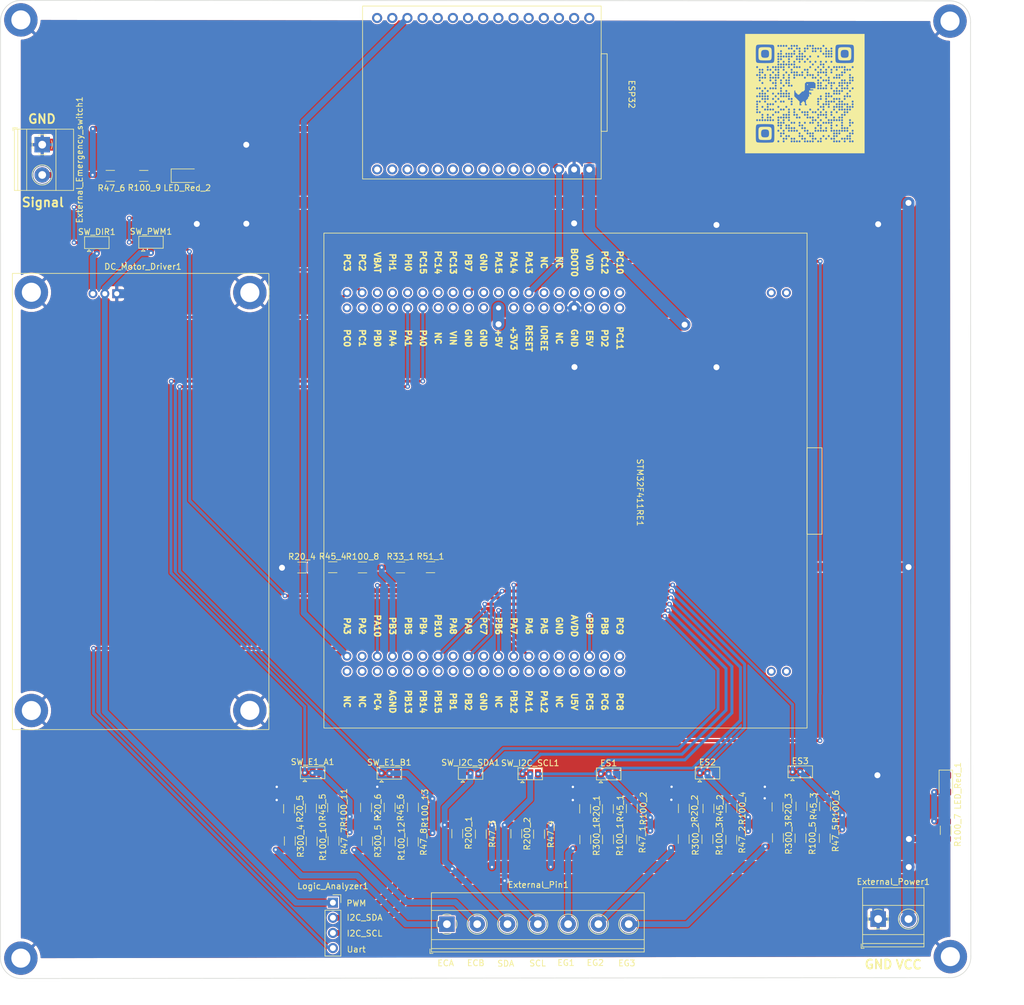
<source format=kicad_pcb>
(kicad_pcb (version 20211014) (generator pcbnew)
  (layers (0 "F.Cu" signal) (31 "B.Cu" signal) (34 "B.Paste" user) (35 "F.Paste" user) (36 "B.SilkS" user "B.Silkscreen") (37 "F.SilkS" user "F.Silkscreen") (38 "B.Mask" user) (39 "F.Mask" user) (44 "Edge.Cuts" user))
  (net 0 "")
  (net 1 "PA10")
  (net 2 "sw7")
  (net 4 "PA9")
  (net 5 "sw8")
  (net 7 "PA7")
  (net 8 "sw9")
  (net 22 "PA3")
  (net 25 "5V_Nucleo_F411RE")
  (net 26 "GND")
  (net 27 "PA13")
  (net 40 "_sw3")
  (net 41 "_sw4")
  (net 42 "sw5")
  (net 43 "sw6")
  (net 44 "_sw7")
  (net 45 "_sw8")
  (net 46 "_sw9")
  (net 47 "5V")
  (net 48 "Net-(LED_Red_1-Pad2)")
  (net 49 "Net-(LED_Red_2-Pad1)")
  (net 50 "Net-(R20_1-Pad2)")
  (net 51 "Net-(R20_2-Pad2)")
  (net 52 "Net-(R20_3-Pad2)")
  (net 53 "Net-(R20_4-Pad2)")
  (net 54 "Net-(R20_5-Pad2)")
  (net 55 "Net-(R20_6-Pad2)")
  (net 56 "PB3")
  (net 57 "Net-(R33_1-Pad2)")
  (net 58 "Net-(R100_2-Pad1)")
  (net 59 "Net-(R100_4-Pad1)")
  (net 60 "Net-(R100_6-Pad1)")
  (net 61 "Net-(R100_8-Pad1)")
  (net 62 "Net-(R100_11-Pad1)")
  (net 63 "Net-(R100_13-Pad1)")
  (net 64 "Net-(R100_1-Pad1)")
  (net 65 "Net-(R100_3-Pad1)")
  (net 66 "Net-(R200_1-Pad2)")
  (net 67 "Net-(R200_2-Pad2)")
  (net 68 "Net-(R100_5-Pad1)")
  (net 69 "Net-(R100_9-Pad2)")
  (net 70 "sw3")
  (net 71 "Net-(R100_10-Pad1)")
  (net 72 "sw4")
  (net 73 "Net-(R100_12-Pad1)")
  (net 74 "Net-(R100_1-Pad2)")
  (net 75 "Net-(R100_3-Pad2)")
  (net 76 "Net-(R100_5-Pad2)")
  (net 77 "Net-(R100_10-Pad2)")
  (net 78 "Net-(R100_12-Pad2)")
  (net 96 "PB7")
  (net 103 "PA0")
  (net 105 "PA1")
  (net 110 "PC2")
  (net 112 "PC3")
  (net 118 "PB9")
  (net 126 "PA6")
  (net 129 "PB6")
  (net 136 "PB10")
  (net 147 "sw2")
  (net 150 "sw1")
  (footprint "Resistor_SMD:R_1206_3216Metric" (layer "F.Cu") (at 142.28 173.005 90)
    (fp_text reference "R47_3")
    (fp_text value "R" hide)
  )
  (footprint "Resistor_SMD:R_1206_3216Metric" (layer "F.Cu") (at 167.55 173.8975 -90)
    (fp_text reference "R47_1")
    (fp_text value "R" hide)
  )
  (footprint "LED_SMD:LED_1206_3216Metric" (layer "F.Cu") (at 220.24 164.55 -90)
    (fp_text reference "LED_Red_1")
    (fp_text value "LED" hide)
  )
  (footprint "TerminalBlock_Phoenix:TerminalBlock_Phoenix_MKDS-1,5-7-5.08_1x07_P5.08mm_Horizontal" (layer "F.Cu") (at 136.595 188.105)
    (fp_text reference "External_Pin1")
    (fp_text value "External_Pin" hide)
  )
  (footprint "Jumper:SolderJumper-3_P1.3mm_Bridged12_Pad1.0x1.5mm" (layer "F.Cu") (at 77.91 73.8)
    (fp_text reference "SW_DIR1")
    (fp_text value "Switch_Slide" hide)
  )
  (footprint "MountingHole:MountingHole_3.2mm_M3_DIN965_Pad_TopBottom" (layer "F.Cu") (at 103.56 82.18)
    (fp_text reference "H1" hide)
    (fp_text value "MountingHole_Pad" hide)
  )
  (footprint "MountingHole:MountingHole_3.2mm_M3_DIN965_Pad_TopBottom" (layer "F.Cu") (at 66.94 82.13)
    (fp_text reference "H5" hide)
    (fp_text value "MountingHole_Pad" hide)
  )
  (footprint "Resistor_SMD:R_1206_3216Metric" (layer "F.Cu") (at 199.98 168.365 -90)
    (fp_text reference "R100_6")
    (fp_text value "R" hide)
  )
  (footprint "Resistor_SMD:R_1206_3216Metric" (layer "F.Cu") (at 122.4425 128.28)
    (fp_text reference "R100_8")
    (fp_text value "R" hide)
  )
  (footprint "LOGO" (layer "F.Cu") (at 197.61 49.32)
    (fp_text reference "G***" hide)
    (fp_text value "LOGO" hide)
  )
  (footprint "Resistor_SMD:R_1206_3216Metric" (layer "F.Cu") (at 113.93 174.2075 90)
    (fp_text reference "R100_10")
    (fp_text value "R" hide)
  )
  (footprint "MountingHole:MountingHole_3.2mm_M3_DIN965_Pad_TopBottom" (layer "F.Cu") (at 65.18 36.45)
    (fp_text reference "H3" hide)
    (fp_text value "MountingHole_Pad" hide)
  )
  (footprint "Resistor_SMD:R_1206_3216Metric" (layer "F.Cu") (at 127 168.53 -90)
    (fp_text reference "R45_6")
    (fp_text value "R" hide)
  )
  (footprint "Resistor_SMD:R_1206_3216Metric" (layer "F.Cu") (at 130.88 174.3 -90)
    (fp_text reference "R47_8")
    (fp_text value "R" hide)
  )
  (footprint "LED_SMD:LED_1206_3216Metric" (layer "F.Cu") (at 92.66 62.58)
    (fp_text reference "LED_Red_2")
    (fp_text value "LED" hide)
  )
  (footprint "Resistor_SMD:R_1206_3216Metric" (layer "F.Cu") (at 167.59 168.7175 -90)
    (fp_text reference "R100_2")
    (fp_text value "R" hide)
  )
  (footprint "Jumper:SolderJumper-3_P1.3mm_Bridged12_Pad1.0x1.5mm" (layer "F.Cu") (at 195.83 162.5575)
    (fp_text reference "ES3")
    (fp_text value "Switch_Slide" hide)
  )
  (footprint "Resistor_SMD:R_1206_3216Metric" (layer "F.Cu") (at 184.27 173.9325 -90)
    (fp_text reference "R47_2")
    (fp_text value "R" hide)
  )
  (footprint "Resistor_SMD:R_1206_3216Metric" (layer "F.Cu") (at 152.04 173.01 90)
    (fp_text reference "R47_4")
    (fp_text value "R" hide)
  )
  (footprint "Resistor_SMD:R_1206_3216Metric" (layer "F.Cu") (at 133.8425 128.25)
    (fp_text reference "R51_1")
    (fp_text value "R" hide)
  )
  (footprint "Resistor_SMD:R_1206_3216Metric" (layer "F.Cu") (at 85.775 62.61 180)
    (fp_text reference "R100_9")
    (fp_text value "R" hide)
  )
  (footprint "Resistor_SMD:R_1206_3216Metric" (layer "F.Cu") (at 123.04 168.53 90)
    (fp_text reference "R20_6")
    (fp_text value "R" hide)
  )
  (footprint "Resistor_SMD:R_1206_3216Metric" (layer "F.Cu") (at 199.93 173.6925 -90)
    (fp_text reference "R47_5")
    (fp_text value "R" hide)
  )
  (footprint "Resistor_SMD:R_1206_3216Metric" (layer "F.Cu") (at 110.14 168.75 -90)
    (fp_text reference "R20_5")
    (fp_text value "R" hide)
  )
  (footprint "Jumper:SolderJumper-3_P1.3mm_Bridged12_Pad1.0x1.5mm" (layer "F.Cu") (at 180.28 162.7575)
    (fp_text reference "ES2")
    (fp_text value "Switch_Slide" hide)
  )
  (footprint "Resistor_SMD:R_1206_3216Metric" (layer "F.Cu") (at 127.02 174.24 90)
    (fp_text reference "R100_12")
    (fp_text value "R" hide)
  )
  (footprint "stm32f411re:stm32f411re" (layer "F.Cu") (at 168.47 115.71 -90)
    (fp_text reference "STM32F411RE1")
    (fp_text value "stm32")
  )
  (footprint "TerminalBlock_Phoenix:TerminalBlock_Phoenix_MKDS-1,5-2-5.08_1x02_P5.08mm_Horizontal" (layer "F.Cu") (at 208.885 187.255)
    (fp_text reference "External_Power1")
    (fp_text value "External Power" hide)
  )
  (footprint "Resistor_SMD:R_1206_3216Metric" (layer "F.Cu") (at 192.02 168.4425 -90)
    (fp_text reference "R20_3")
    (fp_text value "R" hide)
  )
  (footprint "Resistor_SMD:R_1206_3216Metric" (layer "F.Cu") (at 180.26 173.8625 90)
    (fp_text reference "R100_3")
    (fp_text value "R" hide)
  )
  (footprint "Resistor_SMD:R_1206_3216Metric" (layer "F.Cu") (at 159.76 168.7575 -90)
    (fp_text reference "R20_1")
    (fp_text value "R" hide)
  )
  (footprint "Resistor_SMD:R_1206_3216Metric" (layer "F.Cu") (at 159.79 173.9175 -90)
    (fp_text reference "R300_1")
    (fp_text value "R" hide)
  )
  (footprint "MountingHole:MountingHole_3.2mm_M3_DIN965_Pad_TopBottom" (layer "F.Cu") (at 103.56 152.26)
    (fp_text reference "H6" hide)
    (fp_text value "MountingHole_Pad" hide)
  )
  (footprint "Resistor_SMD:R_1206_3216Metric" (layer "F.Cu") (at 80.17 62.6 180)
    (fp_text reference "R47_6")
    (fp_text value "R" hide)
  )
  (footprint "Connector_PinSocket_2.54mm:PinSocket_1x04_P2.54mm_Vertical" (layer "F.Cu") (at 117.485 184.5)
    (fp_text reference "Logic_Analyzer1")
    (fp_text value "Conn_01x04_Female" hide)
  )
  (footprint "Resistor_SMD:R_1206_3216Metric" (layer "F.Cu") (at 117.52 168.5775 -90)
    (fp_text reference "R100_11")
    (fp_text value "R" hide)
  )
  (footprint "Resistor_SMD:R_1206_3216Metric" (layer "F.Cu") (at 117.59 174.1475 -90)
    (fp_text reference "R47_7")
    (fp_text value "R" hide)
  )
  (footprint "MountingHole:MountingHole_3.2mm_M3_DIN965_Pad_TopBottom" (layer "F.Cu") (at 66.94 152.28)
    (fp_text reference "H7" hide)
    (fp_text value "MountingHole_Pad" hide)
  )
  (footprint "Resistor_SMD:R_1206_3216Metric" (layer "F.Cu") (at 196.03 168.35 90)
    (fp_text reference "R45_3")
    (fp_text value "R" hide)
  )
  (footprint "Resistor_SMD:R_1206_3216Metric" (layer "F.Cu") (at 123.22 174.19 -90)
    (fp_text reference "R300_5")
    (fp_text value "R" hide)
  )
  (footprint "Jumper:SolderJumper-3_P1.3mm_Bridged12_Pad1.0x1.5mm" (layer "F.Cu") (at 150.56 162.8875)
    (fp_text reference "SW_I2C_SCL1")
    (fp_text value "Switch_Slide" hide)
  )
  (footprint "Resistor_SMD:R_1206_3216Metric" (layer "F.Cu") (at 220.21 172.3575 -90)
    (fp_text reference "R100_7")
    (fp_text value "R" hide)
  )
  (footprint "MountingHole:MountingHole_3.2mm_M3_DIN965_Pad_TopBottom" (layer "F.Cu") (at 65.18 193.81)
    (fp_text reference "H4" hide)
    (fp_text value "MountingHole_Pad" hide)
  )
  (footprint "Jumper:SolderJumper-3_P1.3mm_Bridged12_Pad1.0x1.5mm" (layer "F.Cu") (at 163.71 162.9075)
    (fp_text reference "ES1")
    (fp_text value "Switch_Slide" hide)
  )
  (footprint "Resistor_SMD:R_1206_3216Metric" (layer "F.Cu") (at 195.87 173.6925 90)
    (fp_text reference "R100_5")
    (fp_text value "R" hide)
  )
  (footprint "Jumper:SolderJumper-3_P1.3mm_Bridged12_Pad1.0x1.5mm" (layer "F.Cu") (at 86.99 73.74)
    (fp_text reference "SW_PWM1")
    (fp_text value "Switch_Slide" hide)
  )
  (footprint "Resistor_SMD:R_1206_3216Metric" (layer "F.Cu") (at 117.4525 128.25)
    (fp_text reference "R45_4")
    (fp_text value "R" hide)
  )
  (footprint "Resistor_SMD:R_1206_3216Metric" (layer "F.Cu") (at 163.58 168.7675 90)
    (fp_text reference "R45_1")
    (fp_text value "R" hide)
  )
  (footprint "Resistor_SMD:R_1206_3216Metric" (layer "F.Cu") (at 138.33 172.9275 -90)
    (fp_text reference "R200_1")
    (fp_text value "R" hide)
  )
  (footprint "MountingHole:MountingHole_3.2mm_M3_DIN965_Pad_TopBottom" (layer "F.Cu") (at 220.93 36.65)
    (fp_text reference "H8" hide)
    (fp_text value "MountingHole_Pad" hide)
  )
  (footprint "TerminalBlock_Phoenix:TerminalBlock_Phoenix_MKDS-1,5-2-5.08_1x02_P5.08mm_Horizontal" (layer "F.Cu") (at 68.755 57.375 -90)
    (fp_text reference "External_Emergency_switch1")
    (fp_text value "External Emergency switch" hide)
  )
  (footprint "Resistor_SMD:R_1206_3216Metric" (layer "F.Cu") (at 163.6 173.895 90)
    (fp_text reference "R100_1")
    (fp_text value "R" hide)
  )
  (footprint "Resistor_SMD:R_1206_3216Metric" (layer "F.Cu") (at 192.08 173.6325 -90)
    (fp_text reference "R300_3")
    (fp_text value "R" hide)
  )
  (footprint "Jumper:SolderJumper-3_P1.3mm_Bridged12_Pad1.0x1.5mm" (layer "F.Cu") (at 140.56 162.815)
    (fp_text reference "SW_I2C_SDA1")
    (fp_text value "Switch_Slide" hide)
  )
  (footprint "Resistor_SMD:R_1206_3216Metric" (layer "F.Cu") (at 128.8125 128.28)
    (fp_text reference "R33_1")
    (fp_text value "R" hide)
  )
  (footprint "MountingHole:MountingHole_3.2mm_M3_DIN965_Pad_TopBottom" (layer "F.Cu") (at 220.99 193.55)
    (fp_text reference "H2" hide)
    (fp_text value "MountingHole_Pad" hide)
  )
  (footprint "Resistor_SMD:R_1206_3216Metric" (layer "F.Cu") (at 184.3 168.665 -90)
    (fp_text reference "R100_4")
    (fp_text value "R" hide)
  )
  (footprint "Resistor_SMD:R_1206_3216Metric" (layer "F.Cu") (at 112.3 128.29)
    (fp_text reference "R20_4")
    (fp_text value "R" hide)
  )
  (footprint "Resistor_SMD:R_1206_3216Metric" (layer "F.Cu") (at 148.23 172.94 -90)
    (fp_text reference "R200_2")
    (fp_text value "R" hide)
  )
  (footprint "Jumper:SolderJumper-3_P1.3mm_Bridged12_Pad1.0x1.5mm" (layer "F.Cu") (at 114.08 162.7)
    (fp_text reference "SW_E1_A1")
    (fp_text value "Switch_Slide" hide)
  )
  (footprint "Resistor_SMD:R_1206_3216Metric" (layer "F.Cu") (at 176.31 168.7025 -90)
    (fp_text reference "R20_2")
    (fp_text value "R" hide)
  )
  (footprint "Jumper:SolderJumper-3_P1.3mm_Bridged12_Pad1.0x1.5mm" (layer "F.Cu") (at 126.94 162.7875)
    (fp_text reference "SW_E1_B1")
    (fp_text value "Switch_Slide" hide)
  )
  (footprint "Resistor_SMD:R_1206_3216Metric" (layer "F.Cu") (at 113.8 168.6675 90)
    (fp_text reference "R45_5")
    (fp_text value "R" hide)
  )
  (footprint "Esp32:Esp32" (layer "F.Cu") (at 160.46 36.13 -90)
    (fp_text reference "ESP32")
    (fp_text value "esp32" hide)
  )
  (footprint "DC_Motor_Driver:DC_Motor_Driver" (layer "F.Cu") (at 79.25 83.57)
    (fp_text reference "DC_Motor_Driver1")
    (fp_text value "DC_Motor_Driver" hide)
  )
  (footprint "Resistor_SMD:R_1206_3216Metric" (layer "F.Cu") (at 130.9 168.5175 90)
    (fp_text reference "R100_13")
    (fp_text value "R" hide)
  )
  (footprint "Resistor_SMD:R_1206_3216Metric" (layer "F.Cu") (at 110.26 174.1575 -90)
    (fp_text reference "R300_4")
    (fp_text value "R" hide)
  )
  (footprint "Resistor_SMD:R_1206_3216Metric" (layer "F.Cu") (at 176.29 173.845 -90)
    (fp_text reference "R300_2")
    (fp_text value "R" hide)
  )
  (footprint "Resistor_SMD:R_1206_3216Metric" (layer "F.Cu") (at 180.44 168.7025 90)
    (fp_text reference "R45_2")
    (fp_text value "R" hide)
  )
  (gr_line (start 224.421054 193.453177) (end 224.371594 36.957397) (layer "Edge.Cuts") (width 0.1))
  (gr_line (start 65.38 197.22) (end 220.721054 197.073177) (layer "Edge.Cuts") (width 0.1))
  (gr_arc (start 65.38 197.22) (mid 62.743177 196.178946) (end 61.76 193.52) (layer "Edge.Cuts") (width 0.1))
  (gr_arc (start 61.77 36.79) (mid 62.811054 34.153177) (end 65.47 33.17) (layer "Edge.Cuts") (width 0.1))
  (gr_line (start 220.751594 33.257397) (end 65.47 33.17) (layer "Edge.Cuts") (width 0.1))
  (gr_line (start 61.77 36.79) (end 61.76 193.52) (layer "Edge.Cuts") (width 0.1))
  (gr_arc (start 224.421054 193.453177) (mid 223.38 196.09) (end 220.721054 197.073177) (layer "Edge.Cuts") (width 0.1))
  (gr_arc (start 220.751594 33.257397) (mid 223.388402 34.298436) (end 224.371594 36.957397) (layer "Edge.Cuts") (width 0.1))
  (gr_text "Signal" (at 68.87 67.06) (layer "F.SilkS") (effects (font (size 1.5 1.5) (thickness 0.3))))
  (gr_text "VCC" (at 214.01 194.9) (layer "F.SilkS") (effects (font (size 1.5 1.5) (thickness 0.3))))
  (gr_text "PWM" (at 121.41 184.6) (layer "F.SilkS") (effects (font (size 1 1))))
  (gr_text "I2C_SCL" (at 122.79 189.66) (layer "F.SilkS") (effects (font (size 1 1))))
  (gr_text "Uart" (at 121.4 192.34) (layer "F.SilkS") (effects (font (size 1 1))))
  (gr_text "EG1" (at 156.55 194.58) (layer "F.SilkS") (effects (font (size 1 1))))
  (gr_text "\nSDA" (at 146.46 193.91) (layer "F.SilkS") (effects (font (size 1 1))))
  (gr_text "EG3" (at 166.75 194.65) (layer "F.SilkS") (effects (font (size 1 1))))
  (gr_text "EG2" (at 161.47 194.58) (layer "F.SilkS") (effects (font (size 1 1))))
  (gr_text "ECA" (at 136.39 194.64) (layer "F.SilkS") (effects (font (size 1 1))))
  (gr_text "GND" (at 68.71 53.07) (layer "F.SilkS") (effects (font (size 1.5 1.5) (thickness 0.3))))
  (gr_text "I2C_SDA" (at 122.8 187.01) (layer "F.SilkS") (effects (font (size 1 1))))
  (gr_text "GND" (at 208.95 194.85) (layer "F.SilkS") (effects (font (size 1.5 1.5) (thickness 0.3))))
  (gr_text "ECB\n" (at 141.43 194.62) (layer "F.SilkS") (effects (font (size 1 1))))
  (gr_text "SCL" (at 151.8 194.67) (layer "F.SilkS") (effects (font (size 1 1))))
  (segment (start 140.43 131.28) (end 142.54 133.39) (width 0.5) (layer "F.Cu") (net 1))
  (segment (start 124.93 131.28) (end 140.43 131.28) (width 0.5) (layer "F.Cu") (net 1))
  (segment (start 142.54 133.39) (end 174.15 133.39) (width 0.5) (layer "F.Cu") (net 1))
  (via (at 162.4 162.89) (size 0.8) (drill 0.4) (layers "F.Cu" "B.Cu") (net 1))
  (via (at 124.93 131.28) (size 0.8) (drill 0.4) (layers "F.Cu" "B.Cu") (net 1))
  (via (at 174.15 133.39) (size 0.8) (drill 0.4) (layers "F.Cu" "B.Cu") (net 1))
  (segment (start 185.8 145.04) (end 174.15 133.39) (width 0.5) (layer "B.Cu") (net 1))
  (segment (start 185.8 153.93) (end 185.8 145.04) (width 0.5) (layer "B.Cu") (net 1))
  (segment (start 162.4 162.846497) (end 163.306497 161.94) (width 0.5) (layer "B.Cu") (net 1))
  (segment (start 177.79 161.94) (end 185.8 153.93) (width 0.5) (layer "B.Cu") (net 1))
  (segment (start 163.306497 161.94) (end 177.79 161.94) (width 0.5) (layer "B.Cu") (net 1))
  (segment (start 124.93 131.28) (end 124.93 143.17) (width 0.5) (layer "B.Cu") (net 1))
  (segment (start 162.4 162.89) (end 162.4 162.846497) (width 0.5) (layer "B.Cu") (net 1))
  (segment (start 170.685 172.435) (end 170.69 172.44) (width 1) (layer "F.Cu") (net 2))
  (segment (start 167.59 170.18) (end 170.65 170.18) (width 1) (layer "F.Cu") (net 2))
  (segment (start 167.55 172.435) (end 170.685 172.435) (width 1) (layer "F.Cu") (net 2))
  (segment (start 170.65 170.18) (end 170.69 170.22) (width 1) (layer "F.Cu") (net 2))
  (via (at 170.69 172.44) (size 0.8) (drill 0.4) (layers "F.Cu" "B.Cu") (net 2))
  (via (at 163.7 162.89) (size 0.8) (drill 0.4) (layers "F.Cu" "B.Cu") (net 2))
  (via (at 170.69 170.22) (size 0.8) (drill 0.4) (layers "F.Cu" "B.Cu") (net 2))
  (segment (start 163.7 163.23) (end 170.69 170.22) (width 1) (layer "B.Cu") (net 2))
  (segment (start 163.7 162.89) (end 163.7 163.23) (width 1) (layer "B.Cu") (net 2))
  (segment (start 170.69 170.22) (end 170.69 172.44) (width 1) (layer "B.Cu") (net 2))
  (segment (start 145.85 132.24) (end 145.84 132.25) (width 0.5) (layer "F.Cu") (net 4))
  (segment (start 174.25 132.24) (end 145.85 132.24) (width 0.5) (layer "F.Cu") (net 4))
  (via (at 179 162.74) (size 0.8) (drill 0.4) (layers "F.Cu" "B.Cu") (net 4))
  (via (at 145.84 132.25) (size 0.8) (drill 0.4) (layers "F.Cu" "B.Cu") (net 4))
  (via (at 174.25 132.24) (size 0.8) (drill 0.4) (layers "F.Cu" "B.Cu") (net 4))
  (segment (start 179 162.686497) (end 186.5 155.186497) (width 0.5) (layer "B.Cu") (net 4))
  (segment (start 144 134.09) (end 144 139.408107) (width 0.5) (layer "B.Cu") (net 4))
  (segment (start 145.84 132.25) (end 144 134.09) (width 0.5) (layer "B.Cu") (net 4))
  (segment (start 186.5 144.49) (end 174.25 132.24) (width 0.5) (layer "B.Cu") (net 4))
  (segment (start 179 162.74) (end 179 162.686497) (width 0.5) (layer "B.Cu") (net 4))
  (segment (start 186.5 155.186497) (end 186.5 144.49) (width 0.5) (layer "B.Cu") (net 4))
  (segment (start 144 139.408107) (end 140.203998 143.204109) (width 0.5) (layer "B.Cu") (net 4))
  (segment (start 187.1 170.16) (end 187.0675 170.1275) (width 1) (layer "F.Cu") (net 5))
  (segment (start 187.0675 170.1275) (end 184.3 170.1275) (width 1) (layer "F.Cu") (net 5))
  (segment (start 184.27 172.47) (end 187.09 172.47) (width 1) (layer "F.Cu") (net 5))
  (segment (start 187.09 172.47) (end 187.1 172.48) (width 1) (layer "F.Cu") (net 5))
  (via (at 187.1 170.16) (size 0.8) (drill 0.4) (layers "F.Cu" "B.Cu") (net 5))
  (via (at 180.26 162.77) (size 0.8) (drill 0.4) (layers "F.Cu" "B.Cu") (net 5))
  (via (at 187.1 172.48) (size 0.8) (drill 0.4) (layers "F.Cu" "B.Cu") (net 5))
  (segment (start 180.26 162.77) (end 180.26 163.32) (width 1) (layer "B.Cu") (net 5))
  (segment (start 180.26 163.32) (end 187.1 170.16) (width 1) (layer "B.Cu") (net 5))
  (segment (start 187.1 170.16) (end 187.1 172.48) (width 1) (layer "B.Cu") (net 5))
  (segment (start 147.79 131.22) (end 147.72 131.22) (width 0.5) (layer "F.Cu") (net 7))
  (segment (start 147.72 131.22) (end 147.69 131.19) (width 0.5) (layer "F.Cu") (net 7))
  (segment (start 147.8 131.21) (end 174.44 131.21) (width 0.5) (layer "F.Cu") (net 7))
  (segment (start 147.79 131.22) (end 147.8 131.21) (width 0.5) (layer "F.Cu") (net 7))
  (via (at 147.79 131.22) (size 0.8) (drill 0.4) (layers "F.Cu" "B.Cu") (net 7))
  (via (at 194.53 162.57) (size 0.8) (drill 0.4) (layers "F.Cu" "B.Cu") (net 7))
  (via (at 174.44 131.21) (size 0.8) (drill 0.4) (layers "F.Cu" "B.Cu") (net 7))
  (segment (start 194.53 151.3) (end 174.44 131.21) (width 0.5) (layer "B.Cu") (net 7))
  (segment (start 194.53 162.57) (end 194.53 151.3) (width 0.5) (layer "B.Cu") (net 7))
  (segment (start 147.79 131.22) (end 147.79 143.17) (width 0.5) (layer "B.Cu") (net 7))
  (segment (start 202.8625 169.8275) (end 202.87 169.82) (width 1) (layer "F.Cu") (net 8))
  (segment (start 199.93 172.23) (end 202.86 172.23) (width 1) (layer "F.Cu") (net 8))
  (segment (start 199.98 169.8275) (end 202.8625 169.8275) (width 1) (layer "F.Cu") (net 8))
  (segment (start 202.86 172.23) (end 202.87 172.22) (width 1) (layer "F.Cu") (net 8))
  (via (at 202.87 169.82) (size 0.8) (drill 0.4) (layers "F.Cu" "B.Cu") (net 8))
  (via (at 202.87 172.22) (size 0.8) (drill 0.4) (layers "F.Cu" "B.Cu") (net 8))
  (via (at 195.82 162.55) (size 0.8) (drill 0.4) (layers "F.Cu" "B.Cu") (net 8))
  (segment (start 195.82 162.55) (end 202.87 169.6) (width 1) (layer "B.Cu") (net 8))
  (segment (start 202.87 172.22) (end 202.87 169.82) (width 1) (layer "B.Cu") (net 8))
  (segment (start 202.87 169.6) (end 202.87 169.82) (width 1) (layer "B.Cu") (net 8))
  (segment (start 77.36 141.85) (end 118.53 141.85) (width 0.5) (layer "F.Cu") (net 22))
  (segment (start 118.53 141.85) (end 119.85 143.17) (width 0.5) (layer "F.Cu") (net 22))
  (via (at 77.36 141.85) (size 0.8) (drill 0.4) (layers "F.Cu" "B.Cu") (net 22))
  (segment (start 117.485 192.12) (end 116.75 192.12) (width 0.5) (layer "B.Cu") (net 22))
  (segment (start 116.75 192.12) (end 77.36 152.73) (width 0.5) (layer "B.Cu") (net 22))
  (segment (start 129.98 36.13) (end 112.6 53.51) (width 1) (layer "B.Cu") (net 22))
  (segment (start 112.6 53.51) (end 112.6 135.92) (width 1) (layer "B.Cu") (net 22))
  (segment (start 112.6 135.92) (end 119.85 143.17) (width 1) (layer "B.Cu") (net 22))
  (segment (start 77.36 152.73) (end 77.36 141.85) (width 0.5) (layer "B.Cu") (net 22))
  (segment (start 145.33 87.57) (end 145.25 87.49) (width 2) (layer "F.Cu") (net 25))
  (segment (start 145.25 87.49) (end 145.25 87.53) (width 2) (layer "F.Cu") (net 25))
  (segment (start 145.25 87.53) (end 145.31 87.59) (width 2) (layer "F.Cu") (net 25))
  (segment (start 176.44 87.57) (end 145.33 87.57) (width 2) (layer "F.Cu") (net 25))
  (via (at 145.25 87.49) (size 1.5) (drill 1) (layers "F.Cu" "B.Cu") (net 25))
  (via (at 176.44 87.57) (size 1.5) (drill 1) (layers "F.Cu" "B.Cu") (net 25))
  (segment (start 160.46 61.53) (end 160.46 71.59) (width 2) (layer "B.Cu") (net 25))
  (segment (start 160.46 71.59) (end 176.44 87.57) (width 2) (layer "B.Cu") (net 25))
  (segment (start 145.25 87.49) (end 145.25 84.75) (width 2) (layer "B.Cu") (net 25))
  (segment (start 176.31 167.24) (end 174.23 167.24) (width 1) (layer "F.Cu") (net 26))
  (segment (start 123.04 169.9925) (end 124.9275 169.9925) (width 1) (layer "F.Cu") (net 26))
  (segment (start 208.76 163.13) (end 206.82 165.07) (width 1) (layer "F.Cu") (net 26))
  (segment (start 208.885 70.715) (end 208.85 70.68) (width 2) (layer "F.Cu") (net 26))
  (segment (start 189.89 165.07) (end 174.26 165.07) (width 1) (layer "F.Cu") (net 26))
  (segment (start 157.71 165.09) (end 157.69 165.07) (width 1) (layer "F.Cu") (net 26))
  (segment (start 157.69 165.07) (end 124.92 165.07) (width 1) (layer "F.Cu") (net 26))
  (segment (start 110.8375 128.29) (end 108.99 128.29) (width 1) (layer "F.Cu") (net 26))
  (segment (start 159.76 167.295) (end 157.705 167.295) (width 1) (layer "F.Cu") (net 26))
  (segment (start 157.73 165.07) (end 157.71 165.09) (width 1) (layer "F.Cu") (net 26))
  (segment (start 208.76 163.13) (end 208.78 163.15) (width 1) (layer "F.Cu") (net 26))
  (segment (start 124.92 165.07) (end 108.08 165.07) (width 1) (layer "F.Cu") (net 26))
  (segment (start 174.26 165.07) (end 157.73 165.07) (width 1) (layer "F.Cu") (net 26))
  (segment (start 108.08 165.07) (end 108.07 165.08) (width 1) (layer "F.Cu") (net 26))
  (segment (start 208.78 163.15) (end 220.24 163.15) (width 1) (layer "F.Cu") (net 26))
  (segment (start 157.98 94.67) (end 181.75 94.67) (width 2) (layer "F.Cu") (net 26))
  (segment (start 181.75 94.67) (end 181.78 94.7) (width 2) (layer "F.Cu") (net 26))
  (segment (start 189.89 166.98) (end 189.87 167) (width 1) (layer "F.Cu") (net 26))
  (segment (start 108.0625 167.2875) (end 108.05 167.3) (width 1) (layer "F.Cu") (net 26))
  (segment (start 192.02 166.98) (end 189.89 166.98) (width 1) (layer "F.Cu") (net 26))
  (segment (start 108.99 128.29) (end 108.95 128.33) (width 1) (layer "F.Cu") (net 26))
  (segment (start 68.755 57.375) (end 102.925 57.375) (width 2) (layer "F.Cu") (net 26))
  (segment (start 208.85 70.68) (end 94.5 70.68) (width 2) (layer "F.Cu") (net 26))
  (segment (start 174.23 167.24) (end 174.22 167.25) (width 1) (layer "F.Cu") (net 26))
  (segment (start 157.705 167.295) (end 157.7 167.29) (width 1) (layer "F.Cu") (net 26))
  (segment (start 206.82 165.07) (end 189.89 165.07) (width 1) (layer "F.Cu") (net 26))
  (segment (start 102.925 57.375) (end 102.93 57.38) (width 2) (layer "F.Cu") (net 26))
  (segment (start 110.14 167.2875) (end 108.0625 167.2875) (width 1) (layer "F.Cu") (net 26))
  (via (at 102.96 57.39) (size 1.5) (drill 1) (layers "F.Cu" "B.Cu") (net 26))
  (via (at 108.95 128.33) (size 1.5) (drill 1) (layers "F.Cu" "B.Cu") (net 26))
  (via (at 124.92 165.07) (size 0.8) (drill 0.4) (layers "F.Cu" "B.Cu") (net 26))
  (via (at 157.98 94.67) (size 1.5) (drill 1) (layers "F.Cu" "B.Cu") (net 26))
  (via (at 94.67 70.67) (size 1.5) (drill 1) (layers "F.Cu" "B.Cu") (net 26))
  (via (at 174.26 165.07) (size 0.8) (drill 0.4) (layers "F.Cu" "B.Cu") (net 26))
  (via (at 181.78 94.7) (size 1.5) (drill 1) (layers "F.Cu" "B.Cu") (net 26))
  (via (at 157.705 167.295) (size 0.8) (drill 0.4) (layers "F.Cu" "B.Cu") (net 26))
  (via (at 108.07 165.08) (size 0.8) (drill 0.4) (layers "F.Cu" "B.Cu") (net 26))
  (via (at 174.22 167.25) (size 0.8) (drill 0.4) (layers "F.Cu" "B.Cu") (net 26))
  (via (at 157.71 165.09) (size 0.8) (drill 0.4) (layers "F.Cu" "B.Cu") (net 26))
  (via (at 189.87 167) (size 0.8) (drill 0.4) (layers "F.Cu" "B.Cu") (net 26))
  (via (at 102.97 70.63) (size 1.5) (drill 1) (layers "F.Cu" "B.Cu") (net 26))
  (via (at 124.9275 169.9925) (size 0.8) (drill 0.4) (layers "F.Cu" "B.Cu") (net 26))
  (via (at 189.89 165.07) (size 0.8) (drill 0.4) (layers "F.Cu" "B.Cu") (net 26))
  (via (at 157.92 70.57) (size 1.5) (drill 1) (layers "F.Cu" "B.Cu") (net 26))
  (via (at 208.885 70.715) (size 1.5) (drill 1) (layers "F.Cu" "B.Cu") (net 26))
  (via (at 108.0625 167.2875) (size 0.8) (drill 0.4) (layers "F.Cu" "B.Cu") (net 26))
  (via (at 181.78 70.84) (size 1.5) (drill 1) (layers "F.Cu" "B.Cu") (net 26))
  (via (at 208.76 163.13) (size 1.5) (drill 1) (layers "F.Cu" "B.Cu") (net 26))
  (segment (start 157.95 94.64) (end 157.98 94.67) (width 2) (layer "B.Cu") (net 26))
  (segment (start 189.89 165.07) (end 189.89 166.98) (width 1) (layer "B.Cu") (net 26))
  (segment (start 157.705 165.095) (end 157.705 167.295) (width 1) (layer "B.Cu") (net 26))
  (segment (start 81.25 82.37) (end 82.97 82.37) (width 1.5) (layer "B.Cu") (net 26))
  (segment (start 82.97 82.37) (end 94.67 70.67) (width 1.5) (layer "B.Cu") (net 26))
  (segment (start 124.92 169.985) (end 124.9275 169.9925) (width 1) (layer "B.Cu") (net 26))
  (segment (start 157.95 84.75) (end 157.95 94.64) (width 2) (layer "B.Cu") (net 26))
  (segment (start 208.885 187.255) (end 208.885 70.715) (width 2) (layer "B.Cu") (net 26))
  (segment (start 189.89 166.98) (end 189.87 167) (width 1) (layer "B.Cu") (net 26))
  (segment (start 108.0625 165.0875) (end 108.0625 167.2875) (width 1) (layer "B.Cu") (net 26))
  (segment (start 157.92 70.57) (end 157.92 61.53) (width 2) (layer "B.Cu") (net 26))
  (segment (start 108.07 165.08) (end 108.0625 165.0875) (width 1) (layer "B.Cu") (net 26))
  (segment (start 174.26 165.07) (end 174.26 167.21) (width 1) (layer "B.Cu") (net 26))
  (segment (start 174.26 167.21) (end 174.22 167.25) (width 1) (layer "B.Cu") (net 26))
  (segment (start 108.95 128.33) (end 108.95 76.61) (width 1) (layer "B.Cu") (net 26))
  (segment (start 102.97 70.63) (end 102.96 70.62) (width 2) (layer "B.Cu") (net 26))
  (segment (start 108.95 76.61) (end 102.97 70.63) (width 1) (layer "B.Cu") (net 26))
  (segment (start 124.92 165.07) (end 124.92 169.985) (width 1) (layer "B.Cu") (net 26))
  (segment (start 102.96 70.62) (end 102.96 57.39) (width 2) (layer "B.Cu") (net 26))
  (segment (start 157.71 165.09) (end 157.705 165.095) (width 1) (layer "B.Cu") (net 26))
  (segment (start 181.78 70.84) (end 181.78 94.7) (width 2) (layer "B.Cu") (net 26))
  (segment (start 68.755 62.455) (end 77.205 62.455) (width 1) (layer "F.Cu") (net 27))
  (segment (start 78.5625 62.455) (end 78.7075 62.6) (width 1) (layer "F.Cu") (net 27))
  (segment (start 77.205 62.455) (end 78.5625 62.455) (width 1) (layer "F.Cu") (net 27))
  (segment (start 77.24 54.72) (end 148.57 54.72) (width 1) (layer "F.Cu") (net 27))
  (segment (start 148.57 54.72) (end 155.38 61.53) (width 1) (layer "F.Cu") (net 27))
  (via (at 77.205 62.455) (size 0.8) (drill 0.4) (layers "F.Cu" "B.Cu") (net 27))
  (via (at 77.24 54.72) (size 0.8) (drill 0.4) (layers "F.Cu" "B.Cu") (net 27))
  (segment (start 77.24 62.42) (end 77.24 54.72) (width 1) (layer "B.Cu") (net 27))
  (segment (start 155.38 77.16) (end 150.33 82.21) (width 1) (layer "B.Cu") (net 27))
  (segment (start 77.205 62.455) (end 77.24 62.42) (width 1) (layer "B.Cu") (net 27))
  (segment (start 155.38 61.53) (end 155.38 77.16) (width 1) (layer "B.Cu") (net 27))
  (segment (start 110.26 175.62) (end 107.88 175.62) (width 1) (layer "F.Cu") (net 40))
  (via (at 107.88 175.62) (size 0.8) (drill 0.4) (layers "F.Cu" "B.Cu") (net 40))
  (segment (start 112.22 179.96) (end 121.55 179.96) (width 1) (layer "B.Cu") (net 40))
  (segment (start 129.695 188.105) (end 136.595 188.105) (width 1) (layer "B.Cu") (net 40))
  (segment (start 107.88 175.62) (end 112.22 179.96) (width 1) (layer "B.Cu") (net 40))
  (segment (start 121.55 179.96) (end 129.695 188.105) (width 1) (layer "B.Cu") (net 40))
  (segment (start 121.0525 175.6525) (end 121.05 175.65) (width 1) (layer "F.Cu") (net 41))
  (segment (start 123.22 175.6525) (end 121.0525 175.6525) (width 1) (layer "F.Cu") (net 41))
  (via (at 121.0525 175.6525) (size 0.8) (drill 0.4) (layers "F.Cu" "B.Cu") (net 41))
  (segment (start 129.83 184.43) (end 138 184.43) (width 1) (layer "B.Cu") (net 41))
  (segment (start 121.0525 175.6525) (end 129.83 184.43) (width 1) (layer "B.Cu") (net 41))
  (segment (start 138 184.43) (end 141.675 188.105) (width 1) (layer "B.Cu") (net 41))
  (segment (start 122.48 187.04) (end 117.485 187.04) (width 1) (layer "F.Cu") (net 42))
  (segment (start 130.69 178.83) (end 122.48 187.04) (width 1) (layer "F.Cu") (net 42))
  (segment (start 138.33 171.465) (end 136.215 171.465) (width 1) (layer "F.Cu") (net 42))
  (segment (start 137.48 178.83) (end 130.69 178.83) (width 1) (layer "F.Cu") (net 42))
  (via (at 137.48 178.83) (size 0.8) (drill 0.4) (layers "F.Cu" "B.Cu") (net 42))
  (via (at 140.54 162.8) (size 0.8) (drill 0.4) (layers "F.Cu" "B.Cu") (net 42))
  (via (at 136.215 171.465) (size 0.8) (drill 0.4) (layers "F.Cu" "B.Cu") (net 42))
  (segment (start 140.54 162.8) (end 140.54 164.23) (width 1) (layer "B.Cu") (net 42))
  (segment (start 140.54 164.23) (end 136.215 168.555) (width 1) (layer "B.Cu") (net 42))
  (segment (start 136.215 177.565) (end 137.48 178.83) (width 1) (layer "B.Cu") (net 42))
  (segment (start 137.48 178.83) (end 146.755 188.105) (width 1) (layer "B.Cu") (net 42))
  (segment (start 136.215 171.465) (end 136.215 177.565) (width 1) (layer "B.Cu") (net 42))
  (segment (start 136.215 168.555) (end 136.215 171.465) (width 1) (layer "B.Cu") (net 42))
  (segment (start 148.23 171.4775) (end 146.2625 171.4775) (width 1) (layer "F.Cu") (net 43))
  (segment (start 124.27 189.58) (end 117.485 189.58) (width 1) (layer "F.Cu") (net 43))
  (segment (start 133.0325 180.8175) (end 124.27 189.58) (width 1) (layer "F.Cu") (net 43))
  (segment (start 146.2625 180.8175) (end 133.0325 180.8175) (width 1) (layer "F.Cu") (net 43))
  (via (at 146.2625 180.8175) (size 0.8) (drill 0.4) (layers "F.Cu" "B.Cu") (net 43))
  (via (at 150.56 162.92) (size 0.8) (drill 0.4) (layers "F.Cu" "B.Cu") (net 43))
  (via (at 146.2625 171.4775) (size 0.8) (drill 0.4) (layers "F.Cu" "B.Cu") (net 43))
  (segment (start 146.2625 180.8175) (end 146.2625 182.5325) (width 1) (layer "B.Cu") (net 43))
  (segment (start 150.56 167.18) (end 146.2625 171.4775) (width 1) (layer "B.Cu") (net 43))
  (segment (start 146.2625 171.4775) (end 146.2625 180.8175) (width 1) (layer "B.Cu") (net 43))
  (segment (start 150.56 162.92) (end 150.56 167.18) (width 1) (layer "B.Cu") (net 43))
  (segment (start 146.2625 182.5325) (end 151.835 188.105) (width 1) (layer "B.Cu") (net 43))
  (segment (start 157.74 175.38) (end 157.71 175.41) (width 1) (layer "F.Cu") (net 44))
  (segment (start 159.79 175.38) (end 157.74 175.38) (width 1) (layer "F.Cu") (net 44))
  (via (at 157.71 175.41) (size 0.8) (drill 0.4) (layers "F.Cu" "B.Cu") (net 44))
  (segment (start 157.71 175.41) (end 156.915 176.205) (width 1) (layer "B.Cu") (net 44))
  (segment (start 156.915 176.205) (end 156.915 188.105) (width 1) (layer "B.Cu") (net 44))
  (segment (start 176.29 175.3075) (end 174.1575 175.3075) (width 1) (layer "F.Cu") (net 45))
  (via (at 174.1575 175.3075) (size 0.8) (drill 0.4) (layers "F.Cu" "B.Cu") (net 45))
  (segment (start 174.1575 175.3075) (end 174.1575 175.9425) (width 1) (layer "B.Cu") (net 45))
  (segment (start 174.1575 175.9425) (end 161.995 188.105) (width 1) (layer "B.Cu") (net 45))
  (segment (start 192.08 175.095) (end 189.995 175.095) (width 1) (layer "F.Cu") (net 46))
  (segment (start 189.995 175.095) (end 189.98 175.08) (width 1) (layer "F.Cu") (net 46))
  (via (at 189.98 175.08) (size 0.8) (drill 0.4) (layers "F.Cu" "B.Cu") (net 46))
  (segment (start 176.855 188.105) (end 167.075 188.105) (width 1) (layer "B.Cu") (net 46))
  (segment (start 189.88 175.08) (end 176.855 188.105) (width 1) (layer "B.Cu") (net 46))
  (segment (start 189.98 175.08) (end 189.88 175.08) (width 1) (layer "B.Cu") (net 46))
  (segment (start 213.98 128.22) (end 135.335 128.22) (width 1.5) (layer "F.Cu") (net 47))
  (segment (start 213.95 67.12) (end 98.62 67.12) (width 2) (layer "F.Cu") (net 47))
  (segment (start 153.9775 171.5475) (end 153.98 171.55) (width 1) (layer "F.Cu") (net 47))
  (segment (start 214.05 173.82) (end 220.21 173.82) (width 1) (layer "F.Cu") (net 47))
  (segment (start 214.02 178.53) (end 154.02 178.53) (width 2) (layer "F.Cu") (net 47))
  (segment (start 213.97 67.14) (end 213.95 67.12) (width 2) (layer "F.Cu") (net 47))
  (segment (start 144.1425 171.5425) (end 144.16 171.56) (width 1) (layer "F.Cu") (net 47))
  (segment (start 152.04 171.5475) (end 153.9775 171.5475) (width 1) (layer "F.Cu") (net 47))
  (segment (start 95.08 63.58) (end 95.06 63.58) (width 2) (layer "F.Cu") (net 47))
  (segment (start 98.62 67.12) (end 95.08 63.58) (width 2) (layer "F.Cu") (net 47))
  (segment (start 135.335 128.22) (end 135.305 128.25) (width 1.5) (layer "F.Cu") (net 47))
  (segment (start 153.96 178.53) (end 144.15 178.53) (width 2) (layer "F.Cu") (net 47))
  (segment (start 154.02 178.53) (end 153.99 178.5) (width 2) (layer "F.Cu") (net 47))
  (segment (start 153.99 178.5) (end 153.96 178.53) (width 2) (layer "F.Cu") (net 47))
  (segment (start 142.28 171.5425) (end 144.1425 171.5425) (width 1) (layer "F.Cu") (net 47))
  (segment (start 214.04 173.83) (end 214.05 173.82) (width 1) (layer "F.Cu") (net 47))
  (segment (start 95.06 63.58) (end 94.06 62.58) (width 2) (layer "F.Cu") (net 47))
  (via (at 153.99 178.5) (size 0.8) (drill 0.4) (layers "F.Cu" "B.Cu") (net 47))
  (via (at 144.15 178.53) (size 0.8) (drill 0.4) (layers "F.Cu" "B.Cu") (net 47))
  (via (at 213.98 128.22) (size 1.5) (drill 1) (layers "F.Cu" "B.Cu") (net 47))
  (via (at 144.1425 171.5425) (size 0.8) (drill 0.4) (layers "F.Cu" "B.Cu") (net 47))
  (via (at 213.97 67.14) (size 1.5) (drill 1) (layers "F.Cu" "B.Cu") (net 47))
  (via (at 214.04 173.83) (size 1.5) (drill 1) (layers "F.Cu" "B.Cu") (net 47))
  (via (at 214.02 178.53) (size 1.5) (drill 1) (layers "F.Cu" "B.Cu") (net 47))
  (via (at 153.98 171.55) (size 0.8) (drill 0.4) (layers "F.Cu" "B.Cu") (net 47))
  (segment (start 213.965 67.145) (end 213.97 67.14) (width 2) (layer "B.Cu") (net 47))
  (segment (start 153.99 178.5) (end 153.98 178.49) (width 1) (layer "B.Cu") (net 47))
  (segment (start 214.04 173.83) (end 213.965 173.905) (width 2) (layer "B.Cu") (net 47))
  (segment (start 213.965 173.905) (end 213.965 187.255) (width 2) (layer "B.Cu") (net 47))
  (segment (start 144.1425 178.5225) (end 144.1425 171.5425) (width 1) (layer "B.Cu") (net 47))
  (segment (start 213.965 173.755) (end 213.965 67.145) (width 2) (layer "B.Cu") (net 47))
  (segment (start 214.04 173.83) (end 213.965 173.755) (width 2) (layer "B.Cu") (net 47))
  (segment (start 213.97 67.14) (end 213.98 67.13) (width 2) (layer "B.Cu") (net 47))
  (segment (start 144.15 178.53) (end 144.1425 178.5225) (width 1) (layer "B.Cu") (net 47))
  (segment (start 153.98 178.49) (end 153.98 171.55) (width 1) (layer "B.Cu") (net 47))
  (segment (start 218.27 170.85) (end 218.315 170.895) (width 1) (layer "F.Cu") (net 48))
  (segment (start 218.27 165.95) (end 220.24 165.95) (width 1) (layer "F.Cu") (net 48))
  (segment (start 218.315 170.895) (end 220.21 170.895) (width 1) (layer "F.Cu") (net 48))
  (via (at 218.27 170.85) (size 0.8) (drill 0.4) (layers "F.Cu" "B.Cu") (net 48))
  (via (at 218.27 165.95) (size 0.8) (drill 0.4) (layers "F.Cu" "B.Cu") (net 48))
  (segment (start 218.27 170.85) (end 218.27 165.95) (width 1) (layer "B.Cu") (net 48))
  (segment (start 91.23 62.61) (end 91.26 62.58) (width 1) (layer "F.Cu") (net 49))
  (segment (start 87.2375 62.61) (end 91.23 62.61) (width 1) (layer "F.Cu") (net 49))
  (segment (start 163.58 170.23) (end 159.77 170.23) (width 1) (layer "F.Cu") (net 50))
  (segment (start 159.77 170.23) (end 159.76 170.22) (width 1) (layer "F.Cu") (net 50))
  (segment (start 176.31 170.165) (end 180.44 170.165) (width 1) (layer "F.Cu") (net 51))
  (segment (start 195.9375 169.905) (end 196.03 169.8125) (width 1) (layer "F.Cu") (net 52))
  (segment (start 192.02 169.905) (end 195.9375 169.905) (width 1) (layer "F.Cu") (net 52))
  (segment (start 113.7625 128.29) (end 115.95 128.29) (width 1) (layer "F.Cu") (net 53))
  (segment (start 115.95 128.29) (end 115.99 128.25) (width 1) (layer "F.Cu") (net 53))
  (segment (start 110.2225 170.13) (end 110.14 170.2125) (width 1) (layer "F.Cu") (net 54))
  (segment (start 113.8 170.13) (end 110.2225 170.13) (width 1) (layer "F.Cu") (net 54))
  (segment (start 127 167.0675) (end 123.04 167.0675) (width 1) (layer "F.Cu") (net 55))
  (segment (start 123.905 128.28) (end 125.66 128.28) (width 1) (layer "F.Cu") (net 56))
  (segment (start 125.66 128.28) (end 127.35 128.28) (width 1) (layer "F.Cu") (net 56))
  (via (at 125.66 128.28) (size 0.8) (drill 0.4) (layers "F.Cu" "B.Cu") (net 56))
  (segment (start 127.51 131.09) (end 127.47 131.13) (width 1) (layer "B.Cu") (net 56))
  (segment (start 125.66 128.28) (end 125.66 129.24) (width 1) (layer "B.Cu") (net 56))
  (segment (start 127.47 131.13) (end 127.47 143.17) (width 1) (layer "B.Cu") (net 56))
  (segment (start 125.66 129.24) (end 127.51 131.09) (width 1) (layer "B.Cu") (net 56))
  (segment (start 132.35 128.28) (end 132.38 128.25) (width 1) (layer "F.Cu") (net 57))
  (segment (start 130.275 128.28) (end 132.35 128.28) (width 1) (layer "F.Cu") (net 57))
  (segment (start 167.59 167.255) (end 163.63 167.255) (width 1) (layer "F.Cu") (net 58))
  (segment (start 163.63 167.255) (end 163.58 167.305) (width 1) (layer "F.Cu") (net 58))
  (segment (start 184.3 167.2025) (end 180.4775 167.2025) (width 1) (layer "F.Cu") (net 59))
  (segment (start 180.4775 167.2025) (end 180.44 167.24) (width 1) (layer "F.Cu") (net 59))
  (segment (start 196.045 166.9025) (end 196.03 166.8875) (width 1) (layer "F.Cu") (net 60))
  (segment (start 199.98 166.9025) (end 196.045 166.9025) (width 1) (layer "F.Cu") (net 60))
  (segment (start 120.95 128.25) (end 120.98 128.28) (width 1) (layer "F.Cu") (net 61))
  (segment (start 118.915 128.25) (end 120.95 128.25) (width 1) (layer "F.Cu") (net 61))
  (segment (start 117.52 167.115) (end 113.89 167.115) (width 1) (layer "F.Cu") (net 62))
  (segment (start 113.89 167.115) (end 113.8 167.205) (width 1) (layer "F.Cu") (net 62))
  (segment (start 130.9 169.98) (end 127.0125 169.98) (width 1) (layer "F.Cu") (net 63))
  (segment (start 127.0125 169.98) (end 127 169.9925) (width 1) (layer "F.Cu") (net 63))
  (segment (start 163.6 175.3575) (end 167.5475 175.3575) (width 1) (layer "F.Cu") (net 64))
  (segment (start 167.5475 175.3575) (end 167.55 175.36) (width 1) (layer "F.Cu") (net 64))
  (segment (start 184.2 175.325) (end 184.27 175.395) (width 1) (layer "F.Cu") (net 65))
  (segment (start 180.26 175.325) (end 184.2 175.325) (width 1) (layer "F.Cu") (net 65))
  (segment (start 142.2025 174.39) (end 142.28 174.4675) (width 1) (layer "F.Cu") (net 66))
  (segment (start 138.33 174.39) (end 142.2025 174.39) (width 1) (layer "F.Cu") (net 66))
  (segment (start 151.97 174.4025) (end 152.04 174.4725) (width 1) (layer "F.Cu") (net 67))
  (segment (start 148.23 174.4025) (end 151.97 174.4025) (width 1) (layer "F.Cu") (net 67))
  (segment (start 199.93 175.155) (end 195.87 175.155) (width 1) (layer "F.Cu") (net 68))
  (segment (start 84.3025 62.6) (end 84.3125 62.61) (width 1) (layer "F.Cu") (net 69))
  (segment (start 81.6325 62.6) (end 84.3025 62.6) (width 1) (layer "F.Cu") (net 69))
  (segment (start 120.3 172.7) (end 120.285 172.685) (width 1) (layer "F.Cu") (net 70))
  (segment (start 120.28 170.04) (end 120.3 170.06) (width 1) (layer "F.Cu") (net 70))
  (segment (start 120.285 172.685) (end 117.59 172.685) (width 1) (layer "F.Cu") (net 70))
  (segment (start 117.52 170.04) (end 120.28 170.04) (width 1) (layer "F.Cu") (net 70))
  (via (at 114.05 162.72) (size 0.8) (drill 0.4) (layers "F.Cu" "B.Cu") (net 70))
  (via (at 120.3 172.7) (size 0.8) (drill 0.4) (layers "F.Cu" "B.Cu") (net 70))
  (via (at 120.3 170.06) (size 0.8) (drill 0.4) (layers "F.Cu" "B.Cu") (net 70))
  (segment (start 114.05 162.72) (end 115.51 162.72) (width 1) (layer "B.Cu") (net 70))
  (segment (start 115.51 162.72) (end 120.3 167.51) (width 1) (layer "B.Cu") (net 70))
  (segment (start 120.3 170.06) (end 120.3 172.7) (width 1) (layer "B.Cu") (net 70))
  (segment (start 120.3 167.51) (end 120.3 170.06) (width 1) (layer "B.Cu") (net 70))
  (segment (start 113.99 175.61) (end 113.93 175.67) (width 1) (layer "F.Cu") (net 71))
  (segment (start 117.59 175.61) (end 113.99 175.61) (width 1) (layer "F.Cu") (net 71))
  (segment (start 134.1725 172.8375) (end 130.88 172.8375) (width 1) (layer "F.Cu") (net 72))
  (segment (start 134.18 172.83) (end 134.1725 172.8375) (width 1) (layer "F.Cu") (net 72))
  (segment (start 134.16 167.055) (end 130.9 167.055) (width 1) (layer "F.Cu") (net 72))
  (segment (start 134.17 167.065) (end 134.16 167.055) (width 1) (layer "F.Cu") (net 72))
  (via (at 134.18 172.83) (size 0.8) (drill 0.4) (layers "F.Cu" "B.Cu") (net 72))
  (via (at 126.94 162.81) (size 0.8) (drill 0.4) (layers "F.Cu" "B.Cu") (net 72))
  (via (at 134.17 167.065) (size 0.8) (drill 0.4) (layers "F.Cu" "B.Cu") (net 72))
  (segment (start 134.17 167.065) (end 134.18 167.075) (width 1) (layer "B.Cu") (net 72))
  (segment (start 126.94 162.81) (end 129.915 162.81) (width 1) (layer "B.Cu") (net 72))
  (segment (start 129.915 162.81) (end 134.17 167.065) (width 1) (layer "B.Cu") (net 72))
  (segment (start 134.18 167.075) (end 134.18 172.83) (width 1) (layer "B.Cu") (net 72))
  (segment (start 127.02 175.7025) (end 130.82 175.7025) (width 1) (layer "F.Cu") (net 73))
  (segment (start 130.82 175.7025) (end 130.88 175.7625) (width 1) (layer "F.Cu") (net 73))
  (segment (start 159.79 172.455) (end 163.5775 172.455) (width 1) (layer "F.Cu") (net 74))
  (segment (start 163.5775 172.455) (end 163.6 172.4325) (width 1) (layer "F.Cu") (net 74))
  (segment (start 176.29 172.3825) (end 180.2425 172.3825) (width 1) (layer "F.Cu") (net 75))
  (segment (start 180.2425 172.3825) (end 180.26 172.4) (width 1) (layer "F.Cu") (net 75))
  (segment (start 195.81 172.17) (end 195.87 172.23) (width 1) (layer "F.Cu") (net 76))
  (segment (start 192.08 172.17) (end 195.81 172.17) (width 1) (layer "F.Cu") (net 76))
  (segment (start 110.26 172.695) (end 113.88 172.695) (width 1) (layer "F.Cu") (net 77))
  (segment (start 113.88 172.695) (end 113.93 172.745) (width 1) (layer "F.Cu") (net 77))
  (segment (start 126.97 172.7275) (end 127.02 172.7775) (width 1) (layer "F.Cu") (net 78))
  (segment (start 123.22 172.7275) (end 126.97 172.7275) (width 1) (layer "F.Cu") (net 78))
  (segment (start 143.495 157.33) (end 199.14 157.33) (width 0.5) (layer "F.Cu") (net 96))
  (segment (start 139.26 162.815) (end 139.26 161.565) (width 0.5) (layer "F.Cu") (net 96))
  (segment (start 145.508107 76.94) (end 140.203998 82.244109) (width 0.5) (layer "F.Cu") (net 96))
  (segment (start 199.18 76.94) (end 145.508107 76.94) (width 0.5) (layer "F.Cu") (net 96))
  (segment (start 139.26 161.565) (end 143.495 157.33) (width 0.5) (layer "F.Cu") (net 96))
  (via (at 199.14 157.33) (size 0.8) (drill 0.4) (layers "F.Cu" "B.Cu") (net 96))
  (via (at 199.18 76.94) (size 0.8) (drill 0.4) (layers "F.Cu" "B.Cu") (net 96))
  (segment (start 199.18 149.47) (end 199.18 76.94) (width 0.5) (layer "B.Cu") (net 96))
  (segment (start 199.14 157.33) (end 199.14 149.51) (width 0.5) (layer "B.Cu") (net 96))
  (segment (start 199.14 149.51) (end 199.18 149.47) (width 0.5) (layer "B.Cu") (net 96))
  (segment (start 132.54 97.03) (end 90.43 97.03) (width 0.5) (layer "F.Cu") (net 103))
  (segment (start 90.43 97.03) (end 90.39 97.07) (width 0.5) (layer "F.Cu") (net 103))
  (segment (start 132.55 97.04) (end 132.54 97.03) (width 0.5) (layer "F.Cu") (net 103))
  (via (at 132.55 97.04) (size 0.8) (drill 0.4) (layers "F.Cu" "B.Cu") (net 103))
  (via (at 112.77 162.7) (size 0.8) (drill 0.4) (layers "F.Cu" "B.Cu") (net 103))
  (via (at 90.39 97.07) (size 0.8) (drill 0.4) (layers "F.Cu" "B.Cu") (net 103))
  (segment (start 112.77 151.62) (end 90.34 129.19) (width 0.5) (layer "B.Cu") (net 103))
  (segment (start 90.34 129.19) (end 90.34 97.12) (width 0.5) (layer "B.Cu") (net 103))
  (segment (start 132.55 97.04) (end 132.55 84.75) (width 0.5) (layer "B.Cu") (net 103))
  (segment (start 90.34 97.12) (end 90.39 97.07) (width 0.5) (layer "B.Cu") (net 103))
  (segment (start 112.77 162.7) (end 112.77 151.62) (width 0.5) (layer "B.Cu") (net 103))
  (segment (start 130.02 97.94) (end 130 97.96) (width 0.5) (layer "F.Cu") (net 105))
  (segment (start 130 97.96) (end 91.79 97.96) (width 0.5) (layer "F.Cu") (net 105))
  (via (at 91.79 97.96) (size 0.8) (drill 0.4) (layers "F.Cu" "B.Cu") (net 105))
  (via (at 130.02 97.94) (size 0.8) (drill 0.4) (layers "F.Cu" "B.Cu") (net 105))
  (via (at 125.63 162.78) (size 0.8) (drill 0.4) (layers "F.Cu" "B.Cu") (net 105))
  (segment (start 91.79 128.94) (end 91.79 97.96) (width 0.5) (layer "B.Cu") (net 105))
  (segment (start 130.02 97.94) (end 130.01 97.93) (width 0.5) (layer "B.Cu") (net 105))
  (segment (start 130.01 97.93) (end 130.01 84.75) (width 0.5) (layer "B.Cu") (net 105))
  (segment (start 125.63 162.78) (end 91.79 128.94) (width 0.5) (layer "B.Cu") (net 105))
  (segment (start 76.61 73.8) (end 74.08 73.8) (width 0.5) (layer "F.Cu") (net 110))
  (segment (start 89.322082 67.85) (end 99.842082 78.37) (width 0.5) (layer "F.Cu") (net 110))
  (segment (start 74.08 67.85) (end 89.322082 67.85) (width 0.5) (layer "F.Cu") (net 110))
  (segment (start 99.842082 78.37) (end 118.55 78.37) (width 0.5) (layer "F.Cu") (net 110))
  (segment (start 118.55 78.37) (end 122.39 82.21) (width 0.5) (layer "F.Cu") (net 110))
  (via (at 74.08 73.8) (size 0.8) (drill 0.4) (layers "F.Cu" "B.Cu") (net 110))
  (via (at 74.08 67.85) (size 0.8) (drill 0.4) (layers "F.Cu" "B.Cu") (net 110))
  (segment (start 74.08 67.85) (end 74.06 67.83) (width 0.5) (layer "B.Cu") (net 110))
  (segment (start 74.08 73.8) (end 74.08 67.85) (width 0.5) (layer "B.Cu") (net 110))
  (segment (start 91.48 86.32) (end 115.74 86.32) (width 0.5) (layer "F.Cu") (net 112))
  (segment (start 79.21 73.8) (end 79.21 74.05) (width 0.5) (layer "F.Cu") (net 112))
  (segment (start 79.21 74.05) (end 91.48 86.32) (width 0.5) (layer "F.Cu") (net 112))
  (segment (start 115.74 86.32) (end 119.85 82.21) (width 0.5) (layer "F.Cu") (net 112))
  (segment (start 173.11 136.44) (end 160.48 136.44) (width 0.5) (layer "F.Cu") (net 118))
  (via (at 141.86 162.87) (size 0.8) (drill 0.4) (layers "F.Cu" "B.Cu") (net 118))
  (via (at 173.11 136.44) (size 0.8) (drill 0.4) (layers "F.Cu" "B.Cu") (net 118))
  (via (at 160.48 136.44) (size 0.8) (drill 0.4) (layers "F.Cu" "B.Cu") (net 118))
  (segment (start 182.05 145.38) (end 180.6 143.93) (width 0.5) (layer "B.Cu") (net 118))
  (segment (start 141.86 162.87) (end 146.08 158.65) (width 0.5) (layer "B.Cu") (net 118))
  (segment (start 175.49 158.65) (end 182.05 152.09) (width 0.5) (layer "B.Cu") (net 118))
  (segment (start 146.08 158.65) (end 157.71 158.65) (width 0.5) (layer "B.Cu") (net 118))
  (segment (start 160.49 136.45) (end 160.49 143.17) (width 0.5) (layer "B.Cu") (net 118))
  (segment (start 160.48 136.44) (end 160.49 136.45) (width 0.5) (layer "B.Cu") (net 118))
  (segment (start 182.05 152.09) (end 182.05 145.38) (width 0.5) (layer "B.Cu") (net 118))
  (segment (start 180.6 143.93) (end 173.11 136.44) (width 0.5) (layer "B.Cu") (net 118))
  (segment (start 157.71 158.65) (end 175.49 158.65) (width 0.5) (layer "B.Cu") (net 118))
  (segment (start 93.41 75.3) (end 87.8 69.69) (width 0.5) (layer "F.Cu") (net 126))
  (segment (start 87.8 69.69) (end 83.34 69.69) (width 0.5) (layer "F.Cu") (net 126))
  (segment (start 109.45 133.05) (end 140.21 133.05) (width 0.5) (layer "F.Cu") (net 126))
  (segment (start 140.21 133.05) (end 150.33 143.17) (width 0.5) (layer "F.Cu") (net 126))
  (segment (start 93.43 75.3) (end 93.41 75.3) (width 0.5) (layer "F.Cu") (net 126))
  (segment (start 85.69 73.74) (end 83.34 73.74) (width 0.5) (layer "F.Cu") (net 126))
  (via (at 93.43 75.3) (size 0.8) (drill 0.4) (layers "F.Cu" "B.Cu") (net 126))
  (via (at 83.34 73.74) (size 0.8) (drill 0.4) (layers "F.Cu" "B.Cu") (net 126))
  (via (at 109.45 133.05) (size 0.8) (drill 0.4) (layers "F.Cu" "B.Cu") (net 126))
  (via (at 83.34 69.69) (size 0.8) (drill 0.4) (layers "F.Cu" "B.Cu") (net 126))
  (segment (start 93.43 75.3) (end 93.47 75.34) (width 0.5) (layer "B.Cu") (net 126))
  (segment (start 83.34 73.74) (end 83.34 69.69) (width 0.5) (layer "B.Cu") (net 126))
  (segment (start 93.47 117.07) (end 109.45 133.05) (width 0.5) (layer "B.Cu") (net 126))
  (segment (start 93.47 75.34) (end 93.47 117.07) (width 0.5) (layer "B.Cu") (net 126))
  (segment (start 173.66 135.51) (end 145.28 135.51) (width 0.5) (layer "F.Cu") (net 129))
  (segment (start 145.28 135.51) (end 145.25 135.48) (width 0.5) (layer "F.Cu") (net 129))
  (via (at 145.25 135.48) (size 0.8) (drill 0.4) (layers "F.Cu" "B.Cu") (net 129))
  (via (at 149.27 162.88) (size 0.8) (drill 0.4) (layers "F.Cu" "B.Cu") (net 129))
  (via (at 173.66 135.51) (size 0.8) (drill 0.4) (layers "F.Cu" "B.Cu") (net 129))
  (segment (start 183.39 152.215) (end 183.39 145.24) (width 0.5) (layer "B.Cu") (net 129))
  (segment (start 183.39 145.24) (end 173.66 135.51) (width 0.5) (layer "B.Cu") (net 129))
  (segment (start 149.27 162.64) (end 152.3 159.61) (width 0.5) (layer "B.Cu") (net 129))
  (segment (start 145.25 135.48) (end 145.25 143.17) (width 0.5) (layer "B.Cu") (net 129))
  (segment (start 152.3 159.61) (end 175.995 159.61) (width 0.5) (layer "B.Cu") (net 129))
  (segment (start 175.995 159.61) (end 183.39 152.215) (width 0.5) (layer "B.Cu") (net 129))
  (segment (start 149.27 162.88) (end 149.27 162.64) (width 0.5) (layer "B.Cu") (net 129))
  (segment (start 142.93 134.43) (end 142.92 134.44) (width 0.5) (layer "F.Cu") (net 136))
  (segment (start 173.9 134.43) (end 142.93 134.43) (width 0.5) (layer "F.Cu") (net 136))
  (via (at 142.93 134.43) (size 0.8) (drill 0.4) (layers "F.Cu" "B.Cu") (net 136))
  (via (at 151.86 162.91) (size 0.8) (drill 0.4) (layers "F.Cu" "B.Cu") (net 136))
  (via (at 173.9 134.43) (size 0.8) (drill 0.4) (layers "F.Cu" "B.Cu") (net 136))
  (segment (start 184.37 144.9) (end 173.9 134.43) (width 0.5) (layer "B.Cu") (net 136))
  (segment (start 163.537918 160.55) (end 176.49 160.55) (width 0.5) (layer "B.Cu") (net 136))
  (segment (start 142.93 135.347) (end 135.132554 143.144446) (width 0.5) (layer "B.Cu") (net 136))
  (segment (start 184.37 152.67) (end 184.37 144.9) (width 0.5) (layer "B.Cu") (net 136))
  (segment (start 151.86 162.91) (end 161.55 162.91) (width 0.5) (layer "B.Cu") (net 136))
  (segment (start 142.93 134.43) (end 142.93 135.347) (width 0.5) (layer "B.Cu") (net 136))
  (segment (start 161.55 162.537918) (end 163.537918 160.55) (width 0.5) (layer "B.Cu") (net 136))
  (segment (start 161.55 162.91) (end 161.55 162.537918) (width 0.5) (layer "B.Cu") (net 136))
  (segment (start 176.49 160.55) (end 184.37 152.67) (width 0.5) (layer "B.Cu") (net 136))
  (segment (start 86.99 73.74) (end 86.99 75.54) (width 1) (layer "F.Cu") (net 147))
  (via (at 86.99 75.54) (size 0.8) (drill 0.4) (layers "F.Cu" "B.Cu") (net 147))
  (segment (start 79.25 82.37) (end 79.25 152.46) (width 1) (layer "B.Cu") (net 147))
  (segment (start 111.29 184.5) (end 117.485 184.5) (width 1) (layer "B.Cu") (net 147))
  (segment (start 79.25 152.46) (end 111.29 184.5) (width 1) (layer "B.Cu") (net 147))
  (segment (start 85.18 75.54) (end 79.25 81.47) (width 1) (layer "B.Cu") (net 147))
  (segment (start 79.25 81.47) (end 79.25 82.37) (width 1) (layer "B.Cu") (net 147))
  (segment (start 86.99 75.54) (end 85.18 75.54) (width 1) (layer "B.Cu") (net 147))
  (segment (start 77.91 73.8) (end 77.91 75.63) (width 1) (layer "F.Cu") (net 150))
  (via (at 77.91 75.63) (size 0.8) (drill 0.4) (layers "F.Cu" "B.Cu") (net 150))
  (segment (start 77.91 75.63) (end 77.25 76.29) (width 1) (layer "B.Cu") (net 150))
  (segment (start 77.25 76.29) (end 77.25 82.37) (width 1) (layer "B.Cu") (net 150))
  (zone (net 26) (net_name "GND") (layer "F.Cu") (name "ad") (connect_pads (clearance 0)) (min_thickness 0.254) (fill yes (thermal_gap 0.508) (thermal_bridge_width 0.508))
    (polygon (pts (xy 220.93 36.65) (xy 220.99 193.55) (xy 65.18 193.81) (xy 65.18 36.45)))
  )
  (zone (net 26) (net_name "GND") (layer "B.Cu") (name "ad") (connect_pads (clearance 0)) (min_thickness 0.254) (fill yes (thermal_gap 0.508) (thermal_bridge_width 0.508))
    (polygon (pts (xy 220.92 36.65) (xy 220.93 36.65) (xy 220.99 193.54) (xy 65.18 193.81) (xy 65.17 36.45)))
  )
)
</source>
